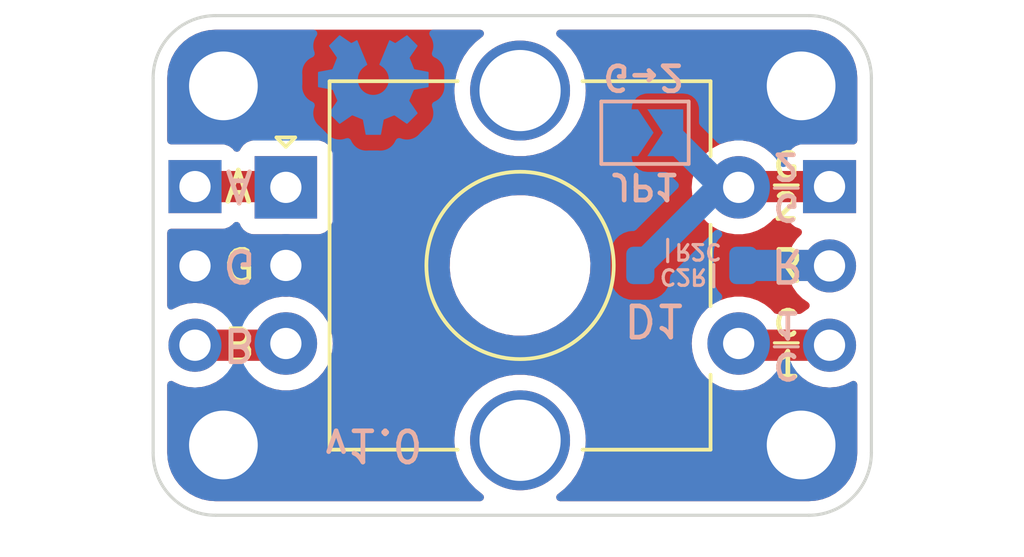
<source format=kicad_pcb>
(kicad_pcb (version 20221018) (generator pcbnew)
  (layers (0 "F.Cu" signal) (31 "B.Cu" signal) (34 "B.Paste" user) (35 "F.Paste" user) (36 "B.SilkS" user "B.Silkscreen") (37 "F.SilkS" user "F.Silkscreen") (38 "B.Mask" user) (39 "F.Mask" user) (44 "Edge.Cuts" user))
  (net 0 "")
  (net 1 "Net-(J1-Pin_1)")
  (net 2 "Net-(J1-Pin_3)")
  (net 3 "Net-(D1-K)")
  (net 4 "Net-(D1-A)")
  (net 5 "Net-(J2-Pin_3)")
  (net 6 "GND")
  (footprint "MountingHole:MountingHole_2.2mm_M2_ISO7380_Pad_TopBottom" (layer "F.Cu") (at 90.5 94.25)
    (fp_text reference "H1" hide)
    (fp_text value "MountingHole_Pad")
    (pad "1" thru_hole circle (at 0 0) (size 2.6 2.6) (drill 2.2) (layers "*.Cu" "*.Mask") (net 6 "GND"))
    (pad "1" connect circle (at 0 0) (size 3.5 3.5) (layers "F.Cu" "F.Mask") (net 6 "GND"))
    (pad "1" connect circle (at 0 0) (size 3.5 3.5) (layers "B.Cu" "B.Mask") (net 6 "GND"))
  )
  (footprint "MountingHole:MountingHole_2.2mm_M2_ISO7380_Pad_TopBottom" (layer "F.Cu") (at 109 94.25)
    (fp_text reference "H2" hide)
    (fp_text value "MountingHole_Pad")
    (pad "1" thru_hole circle (at 0 0) (size 2.6 2.6) (drill 2.2) (layers "*.Cu" "*.Mask") (net 6 "GND"))
    (pad "1" connect circle (at 0 0) (size 3.5 3.5) (layers "F.Cu" "F.Mask") (net 6 "GND"))
    (pad "1" connect circle (at 0 0) (size 3.5 3.5) (layers "B.Cu" "B.Mask") (net 6 "GND"))
  )
  (footprint "Rotary_Encoder:RotaryEncoder_Alps_EC11E-Switch_Vertical_H20mm_CircularMountingHoles" (layer "F.Cu") (at 100 99.999999)
    (fp_text reference "EC1" hide)
    (fp_text value "RotaryEncoder_Switch")
    (fp_line (start -7.8 -4.1) (end -7.2 -4.1) (stroke (width 0.12)) (layer "F.SilkS"))
    (fp_line (start -7.5 -3.8) (end -7.8 -4.1) (stroke (width 0.12)) (layer "F.SilkS"))
    (fp_line (start -7.2 -4.1) (end -7.5 -3.8) (stroke (width 0.12)) (layer "F.SilkS"))
    (fp_line (start -6.1 -5.9) (end -6.1 5.9) (stroke (width 0.12)) (layer "F.SilkS"))
    (fp_line (start -2 -5.9) (end -6.1 -5.9) (stroke (width 0.12)) (layer "F.SilkS"))
    (fp_line (start -2 5.9) (end -6.1 5.9) (stroke (width 0.12)) (layer "F.SilkS"))
    (fp_line (start 2 -5.9) (end 6.1 -5.9) (stroke (width 0.12)) (layer "F.SilkS"))
    (fp_line (start 6.1 -5.9) (end 6.1 -3.5) (stroke (width 0.12)) (layer "F.SilkS"))
    (fp_line (start 6.1 -1.3) (end 6.1 1.3) (stroke (width 0.12)) (layer "F.SilkS"))
    (fp_line (start 6.1 3.5) (end 6.1 5.9) (stroke (width 0.12)) (layer "F.SilkS"))
    (fp_line (start 6.1 5.9) (end 2 5.9) (stroke (width 0.12)) (layer "F.SilkS"))
    (fp_circle (center 0 0) (end 3 0) (stroke (width 0.12)) (fill none) (layer "F.SilkS"))
    (pad "" np_thru_hole circle (at 0 0) (size 4 4) (drill 4) (layers "F&B.Cu" "*.Mask"))
    (pad "A" thru_hole rect (at -7.5 -2.5) (size 2 2) (drill 1) (layers "*.Cu" "*.Mask") (net 1 "Net-(J1-Pin_1)"))
    (pad "B" thru_hole circle (at -7.5 2.5) (size 2 2) (drill 1) (layers "*.Cu" "*.Mask") (net 2 "Net-(J1-Pin_3)"))
    (pad "C" thru_hole circle (at -7.5 0) (size 2 2) (drill 1) (layers "*.Cu" "*.Mask") (net 6 "GND"))
    (pad "MP" thru_hole circle (at 0 -5.6) (size 3.2 3.2) (drill 2.6) (layers "*.Cu" "*.Mask"))
    (pad "MP" thru_hole circle (at 0 5.6) (size 3.2 3.2) (drill 2.6) (layers "*.Cu" "*.Mask"))
    (pad "S1" thru_hole circle (at 7 2.5) (size 2 2) (drill 1) (layers "*.Cu" "*.Mask") (net 5 "Net-(J2-Pin_3)"))
    (pad "S2" thru_hole circle (at 7 -2.5) (size 2 2) (drill 1) (layers "*.Cu" "*.Mask") (net 4 "Net-(D1-A)"))
  )
  (footprint "MountingHole:MountingHole_2.2mm_M2_ISO7380_Pad_TopBottom" (layer "F.Cu") (at 109 105.75)
    (fp_text reference "H3" hide)
    (fp_text value "MountingHole_Pad")
    (pad "1" thru_hole circle (at 0 0) (size 2.6 2.6) (drill 2.2) (layers "*.Cu" "*.Mask") (net 6 "GND"))
    (pad "1" connect circle (at 0 0) (size 3.5 3.5) (layers "F.Cu" "F.Mask") (net 6 "GND"))
    (pad "1" connect circle (at 0 0) (size 3.5 3.5) (layers "B.Cu" "B.Mask") (net 6 "GND"))
  )
  (footprint "Connector_PinHeader_2.54mm:PinHeader_1x03_P2.54mm_Vertical" (layer "F.Cu") (at 109.91 97.474999)
    (fp_text reference "J2" hide)
    (fp_text value "Conn_01x03_Pin")
    (pad "1" thru_hole rect (at 0 0) (size 1.7 1.7) (drill 1) (layers "*.Cu" "*.Mask") (net 4 "Net-(D1-A)"))
    (pad "2" thru_hole oval (at 0 2.54) (size 1.7 1.7) (drill 1) (layers "*.Cu" "*.Mask") (net 3 "Net-(D1-K)"))
    (pad "3" thru_hole oval (at 0 5.08) (size 1.7 1.7) (drill 1) (layers "*.Cu" "*.Mask") (net 5 "Net-(J2-Pin_3)"))
  )
  (footprint "Connector_PinHeader_2.54mm:PinHeader_1x03_P2.54mm_Vertical" (layer "F.Cu") (at 89.59 97.474999)
    (fp_text reference "J1" hide)
    (fp_text value "Conn_01x03_Pin")
    (pad "1" thru_hole rect (at 0 0) (size 1.7 1.7) (drill 1) (layers "*.Cu" "*.Mask") (net 1 "Net-(J1-Pin_1)"))
    (pad "2" thru_hole oval (at 0 2.54) (size 1.7 1.7) (drill 1) (layers "*.Cu" "*.Mask") (net 6 "GND"))
    (pad "3" thru_hole oval (at 0 5.08) (size 1.7 1.7) (drill 1) (layers "*.Cu" "*.Mask") (net 2 "Net-(J1-Pin_3)"))
  )
  (footprint "MountingHole:MountingHole_2.2mm_M2_ISO7380_Pad_TopBottom" (layer "F.Cu") (at 90.5 105.75)
    (fp_text reference "H4" hide)
    (fp_text value "MountingHole_Pad")
    (pad "1" thru_hole circle (at 0 0) (size 2.6 2.6) (drill 2.2) (layers "*.Cu" "*.Mask") (net 6 "GND"))
    (pad "1" connect circle (at 0 0) (size 3.5 3.5) (layers "F.Cu" "F.Mask") (net 6 "GND"))
    (pad "1" connect circle (at 0 0) (size 3.5 3.5) (layers "B.Cu" "B.Mask") (net 6 "GND"))
  )
  (footprint "Jumper:SolderJumper-2_P1.3mm_Open_TrianglePad1.0x1.5mm" (layer "B.Cu") (at 104 95.75)
    (fp_text reference "JP1" (at 0 1.25 180 unlocked) (layer "B.SilkS") (effects (font (size 0.8 0.8)) (justify bottom mirror)))
    (fp_text value "Jumper_2_Open")
    (fp_line (start -1.4 -1) (end -1.4 1) (stroke (width 0.12)) (layer "B.SilkS"))
    (fp_line (start -1.4 1) (end 1.4 1) (stroke (width 0.12)) (layer "B.SilkS"))
    (fp_line (start 1.4 -1) (end -1.4 -1) (stroke (width 0.12)) (layer "B.SilkS"))
    (fp_line (start 1.4 1) (end 1.4 -1) (stroke (width 0.12)) (layer "B.SilkS"))
    (pad "1" smd custom (at -0.725 0) (size 0.3 0.3) (layers "B.Cu" "B.Mask") (net 6 "GND") (options (clearance outline) (anchor rect)) (primitives (gr_poly (pts (xy 1 0) (xy 0.5 -0.75) (xy -0.5 -0.75) (xy -0.5 0.75) (xy 0.5 0.75)) (width 0) (fill yes))))
    (pad "2" smd custom (at 0.725 0) (size 0.3 0.3) (layers "B.Cu" "B.Mask") (net 4 "Net-(D1-A)") (options (clearance outline) (anchor rect)) (primitives (gr_poly (pts (xy 0.5 -0.75) (xy -0.65 -0.75) (xy -0.15 0) (xy -0.65 0.75) (xy 0.5 0.75)) (width 0) (fill yes))))
  )
  (footprint "Diode_SMD:D_SOD-123" (layer "B.Cu") (at 105.5 100 180)
    (fp_text reference "D1" (at 2.25 -1.75 180 unlocked) (layer "B.SilkS") (effects (justify left mirror)))
    (fp_text value "D")
    (pad "1" smd roundrect (at -1.65 0 180) (size 0.9 1.2) (layers "B.Cu" "B.Paste" "B.Mask") (net 3 "Net-(D1-K)"))
    (pad "2" smd roundrect (at 1.65 0 180) (size 0.9 1.2) (layers "B.Cu" "B.Paste" "B.Mask") (net 4 "Net-(D1-A)"))
  )
  (gr_poly (pts (xy 95.525121 95.817676) (xy 95.526128 95.817601) (xy 95.527131 95.817478) (xy 95.528126 95.817307) (xy 95.529114 95.817091) (xy 95.530093 95.81683) (xy 95.53106 95.816526) (xy 95.532015 95.816179) (xy 95.532956 95.815792) (xy 95.533882 95.815364) (xy 95.53479 95.814898) (xy 95.53568 95.814395) (xy 95.536551 95.813856) (xy 95.5374 95.813282) (xy 95.538226 95.812675) (xy 95.539027 95.812035) (xy 95.539803 95.811364) (xy 95.540551 95.810664) (xy 95.54127 95.809934) (xy 95.541959 95.809177) (xy 95.542617 95.808395) (xy 95.54324 95.807587) (xy 95.543829 95.806755) (xy 95.544382 95.805902) (xy 95.544897 95.805027) (xy 95.545372 95.804131) (xy 95.545807 95.803218) (xy 95.546199 95.802286) (xy 95.546548 95.801339) (xy 95.546851 95.800376) (xy 95.547108 95.7994) (xy 95.547316 95.798411) (xy 95.631064 95.3485) (xy 95.631276 95.347503) (xy 95.631532 95.346502) (xy 95.632176 95.344498) (xy 95.632984 95.342501) (xy 95.633945 95.340522) (xy 95.635048 95.338576) (xy 95.63628 95.336676) (xy 95.637632 95.334834) (xy 95.639091 95.333063) (xy 95.640647 95.331377) (xy 95.642288 95.329789) (xy 95.644003 95.328312) (xy 95.645781 95.326959) (xy 95.647609 95.325742) (xy 95.649478 95.324675) (xy 95.650424 95.324202) (xy 95.651376 95.323772) (xy 95.652332 95.323385) (xy 95.653291 95.323044) (xy 95.954837 95.199605) (xy 95.956711 95.198781) (xy 95.958698 95.198092) (xy 95.96078 95.197537) (xy 95.962941 95.197117) (xy 95.965163 95.196828) (xy 95.967429 95.196671) (xy 95.96972 95.196643) (xy 95.97202 95.196744) (xy 95.974311 95.196973) (xy 95.976576 95.197327) (xy 95.978796 95.197807) (xy 95.980955 95.198411) (xy 95.983036 95.199137) (xy 95.985019 95.199985) (xy 95.986889 95.200953) (xy 95.988628 95.20204) (xy 96.364502 95.459979) (xy 96.365349 95.46053) (xy 96.36622 95.461039) (xy 96.367115 95.461505) (xy 96.368031 95.461928) (xy 96.368967 95.462309) (xy 96.36992 95.462647) (xy 96.370888 95.462944) (xy 96.37187 95.463199) (xy 96.372864 95.463412) (xy 96.373867 95.463583) (xy 96.375895 95.463802) (xy 96.37794 95.463857) (xy 96.379985 95.463749) (xy 96.382015 95.46348) (xy 96.384016 95.463052) (xy 96.385971 95.462464) (xy 96.386927 95.462112) (xy 96.387866 95.46172) (xy 96.388786 95.461289) (xy 96.389685 95.46082) (xy 96.390562 95.460312) (xy 96.391413 95.459766) (xy 96.392238 95.459181) (xy 96.393035 95.458559) (xy 96.393801 95.457898) (xy 96.394535 95.4572) (xy 96.711084 95.140651) (xy 96.711782 95.139917) (xy 96.712442 95.139151) (xy 96.713064 95.138354) (xy 96.713648 95.137528) (xy 96.714193 95.136676) (xy 96.7147 95.135799) (xy 96.715597 95.133978) (xy 96.716338 95.132081) (xy 96.716922 95.130123) (xy 96.717348 95.12812) (xy 96.717614 95.126087) (xy 96.717719 95.12404) (xy 96.717663 95.121993) (xy 96.717444 95.119963) (xy 96.71706 95.117964) (xy 96.716512 95.116012) (xy 96.716175 95.115058) (xy 96.715797 95.114122) (xy 96.715377 95.113205) (xy 96.714914 95.11231) (xy 96.71441 95.111438) (xy 96.713863 95.110591) (xy 96.460422 94.7412) (xy 96.459332 94.739454) (xy 96.458365 94.737581) (xy 96.457521 94.735598) (xy 96.456802 94.733522) (xy 96.456209 94.731371) (xy 96.455743 94.729161) (xy 96.455405 94.726909) (xy 96.455196 94.724632) (xy 96.455118 94.722348) (xy 96.45517 94.720072) (xy 96.455355 94.717823) (xy 96.455674 94.715618) (xy 96.456127 94.713472) (xy 96.456716 94.711404) (xy 96.457442 94.709431) (xy 96.458305 94.707568) (xy 96.591641 94.396496) (xy 96.592402 94.394586) (xy 96.593339 94.392693) (xy 96.594436 94.39083) (xy 96.595682 94.389006) (xy 96.597063 94.387233) (xy 96.598566 94.385523) (xy 96.600178 94.383887) (xy 96.601885 94.382336) (xy 96.603674 94.380882) (xy 96.605532 94.379535) (xy 96.607445 94.378307) (xy 96.609401 94.37721) (xy 96.611387 94.376254) (xy 96.613389 94.375451) (xy 96.615393 94.374812) (xy 96.617387 94.374348) (xy 97.052375 94.293458) (xy 97.053361 94.293245) (xy 97.054335 94.292984) (xy 97.055296 94.292677) (xy 97.056241 94.292325) (xy 97.057171 94.29193) (xy 97.058083 94.291492) (xy 97.058976 94.291014) (xy 97.059849 94.290497) (xy 97.061532 94.289352) (xy 97.06312 94.288069) (xy 97.064603 94.286658) (xy 97.065972 94.285133) (xy 97.067217 94.283504) (xy 97.068327 94.281784) (xy 97.069294 94.279984) (xy 97.069719 94.279058) (xy 97.070106 94.278116) (xy 97.070451 94.27716) (xy 97.070753 94.276192) (xy 97.071013 94.275212) (xy 97.071227 94.274223) (xy 97.071395 94.273226) (xy 97.071517 94.272222) (xy 97.071589 94.271212) (xy 97.071612 94.270199) (xy 97.071559 93.82251) (xy 97.071534 93.821499) (xy 97.071459 93.820491) (xy 97.071335 93.819488) (xy 97.071164 93.818492) (xy 97.070947 93.817503) (xy 97.070686 93.816523) (xy 97.070381 93.815554) (xy 97.070033 93.814597) (xy 97.069645 93.813655) (xy 97.069217 93.812727) (xy 97.06875 93.811817) (xy 97.068246 93.810924) (xy 97.067706 93.810052) (xy 97.067132 93.809201) (xy 97.066524 93.808373) (xy 97.065883 93.80757) (xy 97.065212 93.806792) (xy 97.06451 93.806042) (xy 97.063781 93.805321) (xy 97.063024 93.804631) (xy 97.062241 93.803973) (xy 97.061433 93.803348) (xy 97.060602 93.802758) (xy 97.059748 93.802205) (xy 97.058874 93.801689) (xy 97.05798 93.801214) (xy 97.057067 93.80078) (xy 97.056137 93.800388) (xy 97.055191 93.80004) (xy 97.05423 93.799738) (xy 97.053256 93.799484) (xy 97.052269 93.799278) (xy 96.627971 93.720319) (xy 96.626973 93.720114) (xy 96.625972 93.719863) (xy 96.62497 93.719567) (xy 96.62397 93.719228) (xy 96.621978 93.718425) (xy 96.62001 93.717466) (xy 96.618077 93.716363) (xy 96.616193 93.715126) (xy 96.61437 93.713769) (xy 96.612621 93.712301) (xy 96.610958 93.710736) (xy 96.609395 93.709085) (xy 96.607943 93.707358) (xy 96.606616 93.705569) (xy 96.605426 93.703728) (xy 96.604386 93.701847) (xy 96.603509 93.699938) (xy 96.603135 93.698977) (xy 96.602807 93.698013) (xy 96.470345 93.367121) (xy 96.469526 93.365239) (xy 96.468842 93.363246) (xy 96.468294 93.361159) (xy 96.46788 93.358995) (xy 96.467597 93.356772) (xy 96.467446 93.354507) (xy 96.467424 93.352216) (xy 96.46753 93.349919) (xy 96.467763 93.34763) (xy 96.468122 93.345369) (xy 96.468605 93.343152) (xy 96.46921 93.340996) (xy 96.469937 93.338919) (xy 96.470784 93.336937) (xy 96.471749 93.335069) (xy 96.472832 93.333331) (xy 96.713863 92.982118) (xy 96.714414 92.981271) (xy 96.714923 92.980399) (xy 96.715389 92.979503) (xy 96.715812 92.978586) (xy 96.716193 92.97765) (xy 96.716532 92.976695) (xy 96.716828 92.975725) (xy 96.717083 92.974742) (xy 96.717296 92.973746) (xy 96.717467 92.972741) (xy 96.717686 92.970708) (xy 96.717741 92.968659) (xy 96.717634 92.966609) (xy 96.717365 92.964573) (xy 96.716936 92.962568) (xy 96.716349 92.960608) (xy 96.715996 92.95965) (xy 96.715604 92.958709) (xy 96.715174 92.957787) (xy 96.714704 92.956886) (xy 96.714196 92.956009) (xy 96.71365 92.955156) (xy 96.713066 92.95433) (xy 96.712443 92.953532) (xy 96.711783 92.952766) (xy 96.711084 92.952032) (xy 96.394482 92.635483) (xy 96.393753 92.634789) (xy 96.392991 92.634133) (xy 96.392198 92.633515) (xy 96.391376 92.632934) (xy 96.390526 92.632392) (xy 96.389652 92.631887) (xy 96.387836 92.630993) (xy 96.385942 92.630253) (xy 96.383986 92.629668) (xy 96.381984 92.629242) (xy 96.379952 92.628973) (xy 96.377904 92.628865) (xy 96.375856 92.628918) (xy 96.373825 92.629134) (xy 96.371824 92.629514) (xy 96.369871 92.63006) (xy 96.368917 92.630395) (xy 96.367981 92.630773) (xy 96.367064 92.631192) (xy 96.366168 92.631654) (xy 96.365296 92.632158) (xy 96.364449 92.632704) (xy 96.019428 92.869501) (xy 96.017694 92.870581) (xy 96.015836 92.871528) (xy 96.013872 92.872341) (xy 96.011819 92.873021) (xy 96.009693 92.873566) (xy 96.007511 92.873978) (xy 96.005291 92.874255) (xy 96.003049 92.874397) (xy 96.000802 92.874403) (xy 95.998566 92.874275) (xy 95.99636 92.87401) (xy 95.994199 92.873609) (xy 95.992101 92.873072) (xy 95.990083 92.872398) (xy 95.988161 92.871587) (xy 95.986352 92.870639) (xy 95.834203 92.789405) (xy 95.833293 92.788972) (xy 95.832376 92.788592) (xy 95.831452 92.788263) (xy 95.830525 92.787986) (xy 95.829594 92.787759) (xy 95.828663 92.787582) (xy 95.827731 92.787454) (xy 95.826802 92.787376) (xy 95.825876 92.787345) (xy 95.824955 92.787362) (xy 95.824041 92.787426) (xy 95.823135 92.787537) (xy 95.822239 92.787693) (xy 95.821355 92.787895) (xy 95.820483 92.788142) (xy 95.819626 92.788432) (xy 95.818786 92.788767) (xy 95.817963 92.789144) (xy 95.817159 92.789563) (xy 95.816377 92.790025) (xy 95.815617 92.790528) (xy 95.814881 92.791071) (xy 95.814171 92.791654) (xy 95.813488 92.792277) (xy 95.812834 92.792939) (xy 95.81221 92.793639) (xy 95.811619 92.794377) (xy 95.811061 92.795152) (xy 95.810538 92.795964) (xy 95.810053 92.796812) (xy 95.809605 92.797695) (xy 95.809198 92.798613) (xy 95.495506 93.55666) (xy 95.495143 93.557603) (xy 95.494828 93.55856) (xy 95.494561 93.55953) (xy 95.494341 93.56051) (xy 95.494167 93.5615) (xy 95.494038 93.562496) (xy 95.493955 93.563498) (xy 95.493916 93.564503) (xy 95.49392 93.565511) (xy 95.493968 93.566518) (xy 95.494059 93.567523) (xy 95.494191 93.568524) (xy 95.494365 93.56952) (xy 95.49458 93.570509) (xy 95.494834 93.571488) (xy 95.495129 93.572457) (xy 95.495462 93.573412) (xy 95.495833 93.574354) (xy 95.496242 93.575279) (xy 95.496689 93.576186) (xy 95.497171 93.577073) (xy 95.49769 93.577938) (xy 95.498244 93.57878) (xy 95.498832 93.579596) (xy 95.499455 93.580385) (xy 95.500111 93.581146) (xy 95.500799 93.581875) (xy 95.50152 93.582572) (xy 95.502273 93.583235) (xy 95.503056 93.583862) (xy 95.50387 93.58445) (xy 95.504714 93.584999) (xy 95.542791 93.608311) (xy 95.545532 93.610056) (xy 95.548458 93.612048) (xy 95.551514 93.614244) (xy 95.554645 93.6166) (xy 95.557797 93.619072) (xy 95.560913 93.621617) (xy 95.563938 93.624192) (xy 95.566817 93.626754) (xy 95.592024 93.644007) (xy 95.61608 93.66274) (xy 95.638919 93.682887) (xy 95.660478 93.704383) (xy 95.680689 93.727163) (xy 95.699486 93.751161) (xy 95.716806 93.776313) (xy 95.732581 93.802552) (xy 95.746746 93.829814) (xy 95.759235 93.858034) (xy 95.769983 93.887146) (xy 95.778924 93.917084) (xy 95.785993 93.947784) (xy 95.791123 93.979181) (xy 95.794249 94.011208) (xy 95.795306 94.043801) (xy 95.794662 94.06928) (xy 95.79275 94.094424) (xy 95.789601 94.119202) (xy 95.785247 94.143584) (xy 95.779719 94.167538) (xy 95.773047 94.191033) (xy 95.765264 94.214037) (xy 95.756399 94.236521) (xy 95.746484 94.258453) (xy 95.735551 94.279801) (xy 95.72363 94.300534) (xy 95.710752 94.320622) (xy 95.696949 94.340034) (xy 95.682251 94.358737) (xy 95.666691 94.376702) (xy 95.650298 94.393896) (xy 95.633104 94.41029) (xy 95.61514 94.425851) (xy 95.596437 94.440549) (xy 95.577027 94.454353) (xy 95.55694 94.467231) (xy 95.536207 94.479152) (xy 95.514861 94.490086) (xy 95.49293 94.5) (xy 95.470448 94.508865) (xy 95.447445 94.516649) (xy 95.423952 94.523321) (xy 95.4 94.528849) (xy 95.37562 94.533203) (xy 95.350844 94.536352) (xy 95.325702 94.538263) (xy 95.300226 94.538908) (xy 95.27475 94.538263) (xy 95.249608 94.536352) (xy 95.224831 94.533203) (xy 95.200451 94.528849) (xy 95.176498 94.523321) (xy 95.153004 94.516649) (xy 95.13 94.508865) (xy 95.107517 94.5) (xy 95.085586 94.490086) (xy 95.064238 94.479152) (xy 95.043504 94.467231) (xy 95.023416 94.454353) (xy 95.004005 94.440549) (xy 94.985301 94.425851) (xy 94.967336 94.41029) (xy 94.95014 94.393896) (xy 94.933746 94.376702) (xy 94.918184 94.358737) (xy 94.903486 94.340034) (xy 94.889681 94.320622) (xy 94.876802 94.300534) (xy 94.86488 94.279801) (xy 94.853946 94.258453) (xy 94.84403 94.236521) (xy 94.835164 94.214037) (xy 94.82738 94.191033) (xy 94.820708 94.167538) (xy 94.815179 94.143584) (xy 94.810824 94.119202) (xy 94.807676 94.094424) (xy 94.805763 94.06928) (xy 94.805119 94.043801) (xy 94.805385 94.027438) (xy 94.806176 94.011208) (xy 94.807485 93.99512) (xy 94.809303 93.979181) (xy 94.811622 93.963399) (xy 94.814435 93.947784) (xy 94.817731 93.932343) (xy 94.821505 93.917084) (xy 94.825746 93.902016) (xy 94.830447 93.887146) (xy 94.8356 93.872482) (xy 94.841197 93.858034) (xy 94.847229 93.843809) (xy 94.853688 93.829814) (xy 94.867854 93.802552) (xy 94.88363 93.776313) (xy 94.90095 93.751161) (xy 94.919748 93.727163) (xy 94.939958 93.704383) (xy 94.961515 93.682887) (xy 94.984353 93.66274) (xy 95.008406 93.644007) (xy 95.033607 93.626754) (xy 95.036503 93.624192) (xy 95.039539 93.621617) (xy 95.042661 93.619072) (xy 95.045816 93.6166) (xy 95.048949 93.614244) (xy 95.052008 93.612048) (xy 95.054938 93.610056) (xy 95.057687 93.608311) (xy 95.095764 93.584999) (xy 95.096612 93.58445) (xy 95.09743 93.583862) (xy 95.098218 93.583235) (xy 95.098974 93.582572) (xy 95.099698 93.581875) (xy 95.100389 93.581146) (xy 95.101672 93.579596) (xy 95.102817 93.577938) (xy 95.103819 93.576186) (xy 95.104675 93.574354) (xy 95.105379 93.572457) (xy 95.105926 93.570509) (xy 95.106312 93.568524) (xy 95.106532 93.566518) (xy 95.106581 93.564503) (xy 95.106454 93.562496) (xy 95.106323 93.5615) (xy 95.106147 93.56051) (xy 95.105924 93.55953) (xy 95.105654 93.55856) (xy 95.105337 93.557603) (xy 95.104972 93.55666) (xy 94.791254 92.79864) (xy 94.790846 92.797721) (xy 94.790399 92.796838) (xy 94.789912 92.79599) (xy 94.789389 92.795178) (xy 94.788831 92.794402) (xy 94.788239 92.793664) (xy 94.787615 92.792963) (xy 94.78696 92.7923) (xy 94.786276 92.791676) (xy 94.785565 92.791092) (xy 94.784828 92.790548) (xy 94.784068 92.790044) (xy 94.783284 92.789582) (xy 94.78248 92.789162) (xy 94.781656 92.788784) (xy 94.780815 92.788449) (xy 94.779958 92.788158) (xy 94.779086 92.787911) (xy 94.778201 92.787708) (xy 94.777305 92.787552) (xy 94.776399 92.787441) (xy 94.775485 92.787377) (xy 94.774564 92.78736) (xy 94.773638 92.787391) (xy 94.77271 92.78747) (xy 94.771779 92.787599) (xy 94.770848 92.787777) (xy 94.769919 92.788005) (xy 94.768993 92.788284) (xy 94.768071 92.788614) (xy 94.767156 92.788996) (xy 94.766249 92.789431) (xy 94.614099 92.870665) (xy 94.612295 92.871613) (xy 94.610376 92.872424) (xy 94.60836 92.873096) (xy 94.606263 92.873632) (xy 94.604103 92.874031) (xy 94.601897 92.874294) (xy 94.599661 92.874421) (xy 94.597413 92.874413) (xy 94.595169 92.87427) (xy 94.592947 92.873993) (xy 94.590764 92.873581) (xy 94.588636 92.873036) (xy 94.586582 92.872358) (xy 94.584616 92.871547) (xy 94.582758 92.870603) (xy 94.581023 92.869528) (xy 94.236029 92.632731) (xy 94.23518 92.632184) (xy 94.234305 92.63168) (xy 94.233408 92.631218) (xy 94.232489 92.630799) (xy 94.231552 92.630422) (xy 94.230596 92.630086) (xy 94.229626 92.629793) (xy 94.228642 92.629541) (xy 94.227646 92.62933) (xy 94.22664 92.629161) (xy 94.224608 92.628945) (xy 94.222561 92.628892) (xy 94.220513 92.629) (xy 94.21848 92.629268) (xy 94.216478 92.629695) (xy 94.214522 92.630279) (xy 94.213566 92.63063) (xy 94.212627 92.631019) (xy 94.211707 92.631447) (xy 94.210809 92.631914) (xy 94.209934 92.632418) (xy 94.209083 92.632961) (xy 94.20826 92.633542) (xy 94.207465 92.63416) (xy 94.206701 92.634816) (xy 94.205969 92.635509) (xy 93.889367 92.952059) (xy 93.888671 92.952793) (xy 93.888013 92.953559) (xy 93.887392 92.954356) (xy 93.88681 92.955182) (xy 93.886265 92.956035) (xy 93.885759 92.956913) (xy 93.884862 92.958735) (xy 93.88412 92.960634) (xy 93.883534 92.962594) (xy 93.883106 92.9646) (xy 93.882838 92.966635) (xy 93.88273 92.968685) (xy 93.882784 92.970734) (xy 93.883001 92.972767) (xy 93.883383 92.974768) (xy 93.883932 92.976722) (xy 93.884269 92.977676) (xy 93.884648 92.978613) (xy 93.885069 92.97953) (xy 93.885533 92.980425) (xy 93.886039 92.981298) (xy 93.886588 92.982144) (xy 94.127593 93.333357) (xy 94.128685 93.335095) (xy 94.129658 93.336964) (xy 94.13051 93.338945) (xy 94.131241 93.341022) (xy 94.13185 93.343178) (xy 94.132335 93.345395) (xy 94.132694 93.347657) (xy 94.132928 93.349945) (xy 94.133034 93.352243) (xy 94.133011 93.354533) (xy 94.132859 93.356798) (xy 94.132575 93.359022) (xy 94.132159 93.361185) (xy 94.13161 93.363272) (xy 94.130926 93.365266) (xy 94.130106 93.367148) (xy 93.997644 93.698039) (xy 93.997318 93.699003) (xy 93.996946 93.699965) (xy 93.99607 93.701874) (xy 93.99503 93.703754) (xy 93.993838 93.705595) (xy 93.992508 93.707385) (xy 93.991053 93.709111) (xy 93.989485 93.710763) (xy 93.987817 93.712328) (xy 93.986063 93.713795) (xy 93.984236 93.715153) (xy 93.982348 93.716389) (xy 93.980412 93.717493) (xy 93.978442 93.718452) (xy 93.97645 93.719255) (xy 93.97445 93.71989) (xy 93.97345 93.720141) (xy 93.972453 93.720346) (xy 93.548156 93.799304) (xy 93.547167 93.79951) (xy 93.546191 93.799765) (xy 93.545228 93.800067) (xy 93.544281 93.800414) (xy 93.543349 93.800806) (xy 93.542436 93.80124) (xy 93.541541 93.801716) (xy 93.540666 93.802231) (xy 93.539812 93.802784) (xy 93.53898 93.803374) (xy 93.53739 93.804657) (xy 93.535904 93.806069) (xy 93.534532 93.807596) (xy 93.533285 93.809228) (xy 93.532172 93.810951) (xy 93.531203 93.812754) (xy 93.530388 93.814624) (xy 93.530041 93.81558) (xy 93.529737 93.816549) (xy 93.529476 93.817529) (xy 93.52926 93.818518) (xy 93.529089 93.819515) (xy 93.528966 93.820518) (xy 93.528891 93.821526) (xy 93.528866 93.822537) (xy 93.52884 94.270226) (xy 93.528865 94.271236) (xy 93.528939 94.272244) (xy 93.529062 94.273246) (xy 93.529232 94.274241) (xy 93.529448 94.275228) (xy 93.529708 94.276206) (xy 93.530012 94.277173) (xy 93.530358 94.278127) (xy 93.530745 94.279068) (xy 93.531171 94.279993) (xy 93.531636 94.280901) (xy 93.532138 94.281791) (xy 93.532677 94.28266) (xy 93.53325 94.283509) (xy 93.533857 94.284335) (xy 93.534496 94.285136) (xy 93.535166 94.285912) (xy 93.535866 94.28666) (xy 93.536595 94.28738) (xy 93.537352 94.28807) (xy 93.538134 94.288728) (xy 93.538942 94.289353) (xy 93.539774 94.289943) (xy 93.540628 94.290498) (xy 93.541504 94.291015) (xy 93.542399 94.291492) (xy 93.543314 94.29193) (xy 93.544247 94.292325) (xy 93.545196 94.292677) (xy 93.54616 94.292984) (xy 93.547138 94.293245) (xy 93.548129 94.293458) (xy 93.983091 94.374348) (xy 93.98409 94.374558) (xy 93.985094 94.374812) (xy 93.987106 94.375451) (xy 93.989113 94.376254) (xy 93.991103 94.37721) (xy 93.993061 94.378307) (xy 93.994977 94.379535) (xy 93.996835 94.380882) (xy 93.998623 94.382336) (xy 94.000328 94.383887) (xy 94.001937 94.385523) (xy 94.003437 94.387233) (xy 94.004814 94.389006) (xy 94.006056 94.39083) (xy 94.007149 94.392693) (xy 94.00808 94.394586) (xy 94.008481 94.39554) (xy 94.008837 94.396496) (xy 94.142199 94.707568) (xy 94.143058 94.709431) (xy 94.143779 94.711404) (xy 94.144365 94.713472) (xy 94.144816 94.715618) (xy 94.145133 94.717823) (xy 94.145317 94.720072) (xy 94.145369 94.722348) (xy 94.145292 94.724632) (xy 94.145084 94.726909) (xy 94.144749 94.729161) (xy 94.144287 94.731371) (xy 94.143699 94.733522) (xy 94.142985 94.735598) (xy 94.142149 94.737581) (xy 94.141189 94.739454) (xy 94.140109 94.7412) (xy 93.886641 95.110591) (xy 93.88609 95.111438) (xy 93.885582 95.11231) (xy 93.885116 95.113205) (xy 93.884693 95.114122) (xy 93.884313 95.115058) (xy 93.883975 95.116012) (xy 93.883679 95.116981) (xy 93.883425 95.117964) (xy 93.883213 95.118958) (xy 93.883042 95.119963) (xy 93.882825 95.121993) (xy 93.882772 95.12404) (xy 93.882881 95.126087) (xy 93.883151 95.12812) (xy 93.88358 95.130123) (xy 93.884167 95.132081) (xy 93.88452 95.133038) (xy 93.884911 95.133978) (xy 93.885341 95.134899) (xy 93.88581 95.135799) (xy 93.886317 95.136676) (xy 93.886862 95.137528) (xy 93.887445 95.138354) (xy 93.888066 95.139151) (xy 93.888724 95.139917) (xy 93.88942 95.140651) (xy 94.205996 95.4572) (xy 94.206727 95.457898) (xy 94.207491 95.458559) (xy 94.208286 95.459181) (xy 94.20911 95.459766) (xy 94.20996 95.460312) (xy 94.210835 95.46082) (xy 94.212654 95.46172) (xy 94.214548 95.462464) (xy 94.216504 95.463052) (xy 94.218507 95.46348) (xy 94.220539 95.463749) (xy 94.222587 95.463857) (xy 94.224635 95.463802) (xy 94.226667 95.463583) (xy 94.228668 95.463199) (xy 94.230623 95.462647) (xy 94.231578 95.462309) (xy 94.232516 95.461928) (xy 94.233434 95.461505) (xy 94.234332 95.461039) (xy 94.235206 95.46053) (xy 94.236055 95.459979) (xy 94.611903 95.20204) (xy 94.613637 95.200953) (xy 94.615503 95.199985) (xy 94.617483 95.199137) (xy 94.619561 95.198411) (xy 94.621718 95.197807) (xy 94.623936 95.197327) (xy 94.6262 95.196973) (xy 94.628491 95.196744) (xy 94.630791 95.196643) (xy 94.633083 95.196671) (xy 94.63535 95.196828) (xy 94.637575 95.197117) (xy 94.639738 95.197537) (xy 94.641825 95.198092) (xy 94.643815 95.198781) (xy 94.645693 95.199605) (xy 94.947266 95.323044) (xy 94.949186 95.323772) (xy 94.951086 95.324675) (xy 94.952958 95.325742) (xy 94.954788 95.326959) (xy 94.956566 95.328312) (xy 94.95828 95.329789) (xy 94.959921 95.331377) (xy 94.961476 95.333063) (xy 94.962934 95.334834) (xy 94.964284 95.336676) (xy 94.965515 95.338576) (xy 94.966616 95.340522) (xy 94.967575 95.342501) (xy 94.968382 95.344498) (xy 94.969025 95.346502) (xy 94.969493 95.3485) (xy 95.053215 95.798411) (xy 95.053423 95.7994) (xy 95.05368 95.800376) (xy 95.053983 95.801339) (xy 95.054331 95.802286) (xy 95.054724 95.803218) (xy 95.055158 95.804131) (xy 95.055634 95.805027) (xy 95.056148 95.805902) (xy 95.056701 95.806755) (xy 95.05729 95.807587) (xy 95.05857 95.809177) (xy 95.059978 95.810664) (xy 95.0615 95.812035) (xy 95.063127 95.813282) (xy 95.064844 95.814395) (xy 95.066641 95.815364) (xy 95.067565 95.815792) (xy 95.068505 95.816179) (xy 95.069458 95.816526) (xy 95.070424 95.81683) (xy 95.071401 95.817091) (xy 95.072387 95.817307) (xy 95.073381 95.817478) (xy 95.074381 95.817601) (xy 95.075386 95.817676) (xy 95.076395 95.817701) (xy 95.52411 95.817701)) (fill solid) (layer "B.Cu"))
  (gr_arc (start 90.25 108) (mid 88.835786 107.414214) (end 88.25 106) (stroke (width 0.1)) (layer "Edge.Cuts"))
  (gr_arc (start 88.25 94) (mid 88.835786 92.585786) (end 90.25 92) (stroke (width 0.1)) (layer "Edge.Cuts"))
  (gr_arc (start 109.25 92) (mid 110.664214 92.585786) (end 111.25 94) (stroke (width 0.1)) (layer "Edge.Cuts"))
  (gr_line (start 109.25 108) (end 90.25 108) (stroke (width 0.1)) (layer "Edge.Cuts"))
  (gr_line (start 88.25 106) (end 88.25 94) (stroke (width 0.1)) (layer "Edge.Cuts"))
  (gr_arc (start 111.25 106) (mid 110.664214 107.414214) (end 109.25 108) (stroke (width 0.1)) (layer "Edge.Cuts"))
  (gr_line (start 111.25 94) (end 111.25 106) (stroke (width 0.1)) (layer "Edge.Cuts"))
  (gr_line (start 90.25 92) (end 109.25 92) (stroke (width 0.1)) (layer "Edge.Cuts"))
  (gr_text "R" (at 109.15 99.41325 180) (layer "B.SilkS") (effects (font (size 1 1)) (justify right bottom mirror)))
  (gr_text "2" (at 108.525001 96.35 180) (layer "B.SilkS") (effects (font (size 0.8 0.8)) (justify bottom mirror)))
  (gr_text "C" (at 108.525001 103.68 180) (layer "B.SilkS") (effects (font (size 0.8 0.8)) (justify top mirror)))
  (gr_text "v1.0" (at 95.300227 105.75 180) (layer "B.SilkS") (effects (font (size 1 1)) (justify mirror)))
  (gr_text "-" (at 108.525001 102.68 180) (layer "B.SilkS") (effects (font (size 1 1) (thickness 0.1))))
  (gr_text "B" (at 91.003571 101.95325 180) (layer "B.SilkS") (effects (font (size 1 1)) (justify bottom mirror)))
  (gr_text "G" (at 91.003571 99.41325 180) (layer "B.SilkS") (effects (font (size 1 1)) (justify bottom mirror)))
  (gr_text "-" (at 108.525001 97.6 180) (layer "B.SilkS") (effects (font (size 1 1) (thickness 0.1))))
  (gr_text "G" (at 108.525 98.6 180) (layer "B.SilkS") (effects (font (size 0.8 0.8)) (justify top mirror)))
  (gr_text "C2R|\n|R2C" (at 104.42381 99.2655 180) (layer "B.SilkS") (effects (font (size 0.5 0.5) (thickness 0.1) bold) (justify left bottom mirror)))
  (gr_text "1" (at 108.575001 101.43 180) (layer "B.SilkS") (effects (font (size 0.8 0.8)) (justify bottom mirror)))
  (gr_text "A" (at 91.003572 96.87325 180) (layer "B.SilkS") (effects (font (size 1 1)) (justify bottom mirror)))
  (gr_text "G→2" (at 102.57881 93.5 180) (layer "B.SilkS") (effects (font (size 0.8 0.8)) (justify left bottom mirror)))
  (gr_text "A" (at 90.45 98.07675) (layer "F.SilkS") (effects (font (size 1 1)) (justify left bottom)))
  (gr_text "G" (at 91.003571 100.61675) (layer "F.SilkS") (effects (font (size 1 1)) (justify bottom)))
  (gr_text "2" (at 108.525 98.599999) (layer "F.SilkS") (effects (font (size 0.8 0.8)) (justify bottom)))
  (gr_text "-" (at 108.525 102.4025) (layer "F.SilkS") (effects (font (size 1 1) (thickness 0.1)) (justify mirror)))
  (gr_text "C" (at 108.525 101.4025) (layer "F.SilkS") (effects (font (size 0.8 0.8)) (justify top)))
  (gr_text "G" (at 108.524999 96.349999) (layer "F.SilkS") (effects (font (size 0.8 0.8)) (justify top)))
  (gr_text "-" (at 108.525 97.349999) (layer "F.SilkS") (effects (font (size 1 1) (thickness 0.1)) (justify mirror)))
  (gr_text "R" (at 109.15 100.61675) (layer "F.SilkS") (effects (font (size 1 1)) (justify right bottom)))
  (gr_text "B" (at 91.003571 103.15675) (layer "F.SilkS") (effects (font (size 1 1)) (justify bottom)))
  (gr_text "1" (at 108.575 103.6525) (layer "F.SilkS") (effects (font (size 0.8 0.8)) (justify bottom)))
  (segment (start 89.59 97.475) (end 92.475 97.475) (width 1) (layer "F.Cu") (net 1))
  (segment (start 89.59 102.555) (end 92.445 102.555) (width 1) (layer "F.Cu") (net 2))
  (segment (start 109.895001 100) (end 107.25 100) (width 1) (layer "B.Cu") (net 3))
  (segment (start 109.91 100.014999) (end 109.895001 100) (width 1) (layer "B.Cu") (net 3))
  (segment (start 109.91 97.474999) (end 109.909999 97.475) (width 1) (layer "F.Cu") (net 4))
  (segment (start 109.909999 97.475) (end 107.025 97.475) (width 1) (layer "F.Cu") (net 4))
  (segment (start 107 97.499999) (end 106.350001 97.499999) (width 0.8) (layer "B.Cu") (net 4))
  (segment (start 106.474999 97.499999) (end 104.975 96) (width 0.8) (layer "B.Cu") (net 4))
  (segment (start 106.350001 97.499999) (end 103.85 100) (width 0.8) (layer "B.Cu") (net 4))
  (segment (start 109.909999 102.555) (end 107.055 102.555) (width 1) (layer "F.Cu") (net 5))
  (segment (start 109.91 102.554999) (end 109.909999 102.555) (width 1) (layer "F.Cu") (net 5))
  (zone (net 6) (net_name "GND") (layers "F&B.Cu") (connect_pads yes (clearance 0.5)) (min_thickness 0.25) (fill yes (thermal_gap 0.5) (thermal_bridge_width 0.5))
    (polygon (pts (xy 87.5 91.5) (xy 112 91.5) (xy 112 108.5) (xy 87.5 108.5)))
  )
)
</source>
